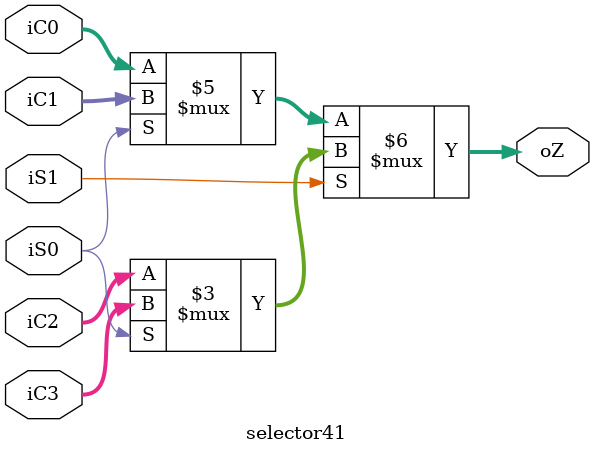
<source format=v>


module selector41(iC0,iC1,iC2,iC3,iS1,iS0,oZ);
    input [3:0] iC0,iC1,iC2,iC3;
    input iS1,iS0;
    output [3:0] oZ;
    
    assign oZ=(iS1==1)?(iS0==1?iC3:iC2):(iS0==1?iC1:iC0);
endmodule

</source>
